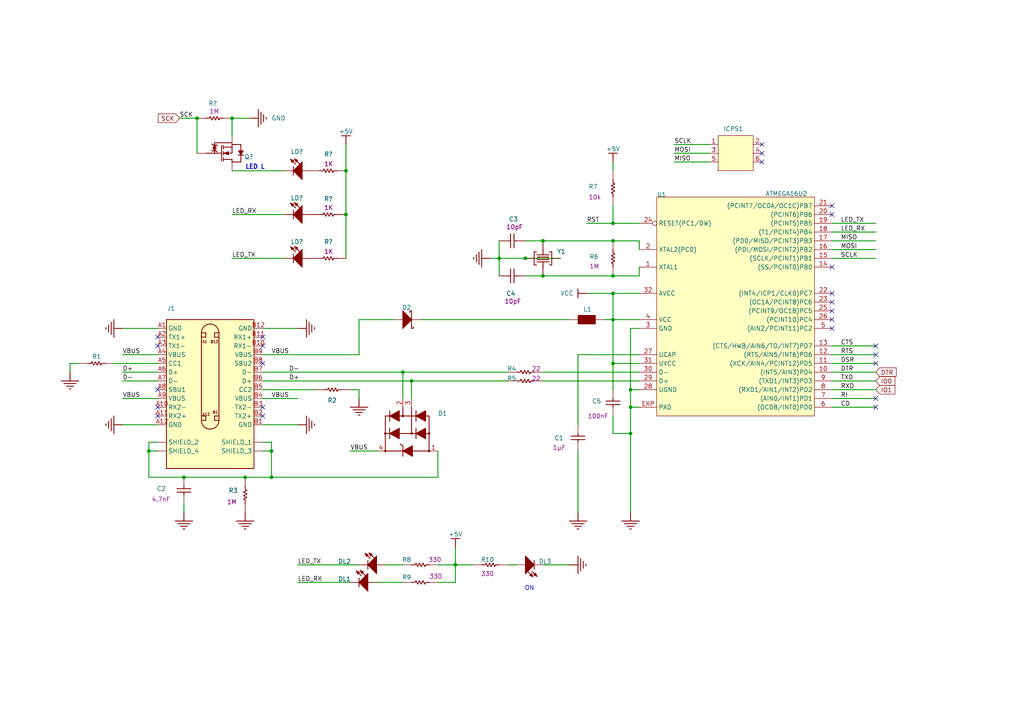
<source format=kicad_sch>
(kicad_sch (version 20250114) (generator "eeschema") (generator_version "9.0")
  (paper "A4")
  (lib_symbols
    (symbol "Arduino_Uno_Kit-altium-import:+5V" (power)
      (property "Reference" "#PWR" (at 0 0 0))
      (property "Value" "+5V" (at 0 3.81 0))
      (symbol "+5V_0_0"
        (pin power_in line (at 0 0 0) (length 0) (hide yes) (name "+5V") (number ""))
      )
    )
    (symbol "Arduino_Uno_Kit-altium-import:0_RES"
      (property "Value" "0_RES" (at 0 0 0))
      (symbol "0_RES_1_0"
        (pin passive line (at -5.08 0 0) (length 2.54) (name "1") (number "1"))
        (pin passive line (at 5.08 0 180) (length 2.54) (name "2") (number "2"))
      )
    )
    (symbol "Arduino_Uno_Kit-altium-import:2_RES"
      (property "Value" "2_RES" (at 0 0 0))
      (symbol "2_RES_1_0"
        (pin passive line (at -5.08 0 0) (length 2.54) (name "2") (number "2"))
        (pin passive line (at 5.08 0 180) (length 2.54) (name "1") (number "1"))
      )
    )
    (symbol "Arduino_Uno_Kit-altium-import:2_mirrored_NMOS-2"
      (property "Value" "2_mirrored_NMOS-2" (at 0 0 0))
      (symbol "2_mirrored_NMOS-2_1_0"
        (pin passive line (at -10.16 0 0) (length 2.54) (name "G") (number "2"))
        (pin passive line (at 0 5.08 270) (length 2.54) (name "S") (number "1"))
        (pin passive line (at 0 -5.08 90) (length 2.54) (name "D") (number "3"))
      )
    )
    (symbol "Arduino_Uno_Kit-altium-import:3_LED"
      (property "Value" "3_LED" (at 0 0 0))
      (symbol "3_LED_1_0"
        (pin passive line (at -5.08 0 0) (length 2.54) (name "C") (number "C"))
        (pin passive line (at 2.54 0 180) (length 2.54) (name "A") (number "A"))
      )
    )
    (symbol "Arduino_Uno_Kit-altium-import:GND" (power)
      (property "Reference" "#PWR" (at 0 0 0))
      (property "Value" "GND" (at 0 6.35 0))
      (symbol "GND_0_0"
        (pin power_in line (at 0 0 0) (length 0) (hide yes) (name "GND") (number ""))
      )
    )
    (symbol "USB-C_Serial_16U2-altium-import:0_ATMEGA16U2"
      (property "Value" "0_ATMEGA16U2" (at 0 0 0))
      (symbol "0_ATMEGA16U2_1_0"
        (pin input inverted (at -27.94 25.4 0) (length 5.08) (name "RESET(PC1/DW)") (number "24"))
        (pin passive line (at -27.94 17.78 0) (length 5.08) (name "XTAL2(PC0)") (number "2"))
        (pin passive line (at -27.94 12.7 0) (length 5.08) (name "XTAL1") (number "1"))
        (pin power_in line (at -27.94 5.08 0) (length 5.08) (name "AVCC") (number "32"))
        (pin power_in line (at -27.94 -2.54 0) (length 5.08) (name "VCC") (number "4"))
        (pin power_in line (at -27.94 -5.08 0) (length 5.08) (name "GND") (number "3"))
        (pin passive line (at -27.94 -12.7 0) (length 5.08) (name "UCAP") (number "27"))
        (pin power_in line (at -27.94 -15.24 0) (length 5.08) (name "UVCC") (number "31"))
        (pin passive line (at -27.94 -17.78 0) (length 5.08) (name "D-") (number "30"))
        (pin passive line (at -27.94 -20.32 0) (length 5.08) (name "D+") (number "29"))
        (pin power_in line (at -27.94 -22.86 0) (length 5.08) (name "UGND") (number "28"))
        (pin power_in line (at -27.94 -27.94 0) (length 5.08) (name "PAD") (number "EXP"))
        (pin passive line (at 27.94 30.48 180) (length 5.08) (name "(PCINT7/OC0A/OC1C)PB7") (number "21"))
        (pin passive line (at 27.94 27.94 180) (length 5.08) (name "(PCINT6)PB6") (number "20"))
        (pin passive line (at 27.94 25.4 180) (length 5.08) (name "(PCINT5)PB5") (number "19"))
        (pin passive line (at 27.94 22.86 180) (length 5.08) (name "(T1/PCINT4)PB4") (number "18"))
        (pin passive line (at 27.94 20.32 180) (length 5.08) (name "(PD0/MISO/PCINT3)PB3") (number "17"))
        (pin passive line (at 27.94 17.78 180) (length 5.08) (name "(PDI/MOSI/PCINT2)PB2") (number "16"))
        (pin passive line (at 27.94 15.24 180) (length 5.08) (name "(SCLK/PCINT1)PB1") (number "15"))
        (pin passive line (at 27.94 12.7 180) (length 5.08) (name "(SS/PCINT0)PB0") (number "14"))
        (pin passive line (at 27.94 5.08 180) (length 5.08) (name "(INT4/ICP1/CLK0)PC7") (number "22"))
        (pin passive line (at 27.94 2.54 180) (length 5.08) (name "(OC1A/PCINT8)PC6") (number "23"))
        (pin passive line (at 27.94 0 180) (length 5.08) (name "(PCINT9/OC1B)PC5") (number "25"))
        (pin passive line (at 27.94 -2.54 180) (length 5.08) (name "(PCINT10)PC4") (number "26"))
        (pin passive line (at 27.94 -5.08 180) (length 5.08) (name "(AIN2/PCINT11)PC2") (number "5"))
        (pin passive line (at 27.94 -10.16 180) (length 5.08) (name "(CTS/HWB/AIN6/TO/INT7)PD7") (number "13"))
        (pin passive line (at 27.94 -12.7 180) (length 5.08) (name "(RTS/AIN5/INT6)PD6") (number "12"))
        (pin passive line (at 27.94 -15.24 180) (length 5.08) (name "(XCK/AIN4/PCINT12)PD5") (number "11"))
        (pin passive line (at 27.94 -17.78 180) (length 5.08) (name "(INT5/AIN3)PD4") (number "10"))
        (pin passive line (at 27.94 -20.32 180) (length 5.08) (name "(TXD1/INT3)PD3") (number "9"))
        (pin passive line (at 27.94 -22.86 180) (length 5.08) (name "(RXD1/AIN1/INT2)PD2") (number "8"))
        (pin passive line (at 27.94 -25.4 180) (length 5.08) (name "(AIN0/INT1)PD1") (number "7"))
        (pin passive line (at 27.94 -27.94 180) (length 5.08) (name "(OC0B/INT0)PD0") (number "6"))
      )
    )
    (symbol "USB-C_Serial_16U2-altium-import:0_CAP"
      (property "Value" "0_CAP" (at 0 0 0))
      (symbol "0_CAP_1_0"
        (pin passive line (at 0 0 0) (length 2.54) (name "1") (number "1"))
        (pin passive line (at 7.62 0 180) (length 2.54) (name "2") (number "2"))
      )
    )
    (symbol "USB-C_Serial_16U2-altium-import:0_CRCW040256K2FKEDC"
      (property "Value" "0_CRCW040256K2FKEDC" (at 0 0 0))
      (symbol "0_CRCW040256K2FKEDC_1_0"
        (pin passive line (at -5.08 0 0) (length 2.54) (name "1") (number "1"))
        (pin passive line (at 5.08 0 180) (length 2.54) (name "2") (number "2"))
      )
    )
    (symbol "USB-C_Serial_16U2-altium-import:0_CRCW04025K10FKED"
      (property "Value" "0_CRCW04025K10FKED" (at 0 0 0))
      (symbol "0_CRCW04025K10FKED_1_0"
        (pin passive line (at -5.08 0 0) (length 2.54) (name "1") (number "1"))
        (pin passive line (at 5.08 0 180) (length 2.54) (name "2") (number "2"))
      )
    )
    (symbol "USB-C_Serial_16U2-altium-import:0_Ferrite"
      (property "Value" "0_Ferrite" (at 0 0 0))
      (symbol "0_Ferrite_1_0"
        (pin passive line (at -5.08 0 0) (length 2.54) (name "1") (number "1"))
        (pin passive line (at 5.08 0 180) (length 2.54) (name "2") (number "2"))
      )
    )
    (symbol "USB-C_Serial_16U2-altium-import:0_PMEG6020AELRX"
      (property "Value" "0_PMEG6020AELRX" (at 0 0 0))
      (symbol "0_PMEG6020AELRX_1_0"
        (pin passive line (at -2.54 -2.54 0) (length 2.54) (name "A") (number "A"))
        (pin passive line (at 5.08 -2.54 180) (length 2.54) (name "C") (number "C"))
      )
    )
    (symbol "USB-C_Serial_16U2-altium-import:0_RES"
      (property "Value" "0_RES" (at 0 0 0))
      (symbol "0_RES_1_0"
        (pin passive line (at -5.08 0 0) (length 2.54) (name "1") (number "1"))
        (pin passive line (at 5.08 0 180) (length 2.54) (name "2") (number "2"))
      )
    )
    (symbol "USB-C_Serial_16U2-altium-import:0_Symbol"
      (property "Value" "0_Symbol" (at 0 0 0))
      (symbol "0_Symbol_1_0"
        (pin passive line (at -7.62 2.54 0) (length 2.54) (name "1") (number "1"))
        (pin passive line (at -7.62 0 0) (length 2.54) (name "3") (number "3"))
        (pin passive line (at -7.62 -2.54 0) (length 2.54) (name "5") (number "5"))
        (pin passive line (at 7.62 2.54 180) (length 2.54) (name "2") (number "2"))
        (pin passive line (at 7.62 0 180) (length 2.54) (name "4") (number "4"))
        (pin passive line (at 7.62 -2.54 180) (length 2.54) (name "6") (number "6"))
      )
    )
    (symbol "USB-C_Serial_16U2-altium-import:0_mirrored_12401598E4#2A"
      (property "Value" "0_mirrored_12401598E4#2A" (at 0 0 0))
      (symbol "0_mirrored_12401598E4#2A_1_0"
        (text "A1" (at -16.002 -4.318 0) (effects (font (size 0.762 0.762)) (justify right bottom)))
        (text "B12" (at -15.24 -4.318 0) (effects (font (size 0.762 0.762)) (justify left bottom)))
        (text "A12" (at -15.24 -25.4 0) (effects (font (size 0.762 0.762)) (justify right bottom)))
        (text "B1" (at -12.954 -23.876 0) (effects (font (size 0.762 0.762)) (justify right top)))
        (pin passive line (at -30.48 0 0) (length 2.54) (name "GND") (number "A1"))
        (pin passive line (at -30.48 -2.54 0) (length 2.54) (name "TX1+") (number "A2"))
        (pin passive line (at -30.48 -5.08 0) (length 2.54) (name "TX1-") (number "A3"))
        (pin passive line (at -30.48 -7.62 0) (length 2.54) (name "VBUS") (number "A4"))
        (pin passive line (at -30.48 -10.16 0) (length 2.54) (name "CC1") (number "A5"))
        (pin passive line (at -30.48 -12.7 0) (length 2.54) (name "D+") (number "A6"))
        (pin passive line (at -30.48 -15.24 0) (length 2.54) (name "D-") (number "A7"))
        (pin passive line (at -30.48 -17.78 0) (length 2.54) (name "SBU1") (number "A8"))
        (pin passive line (at -30.48 -20.32 0) (length 2.54) (name "VBUS") (number "A9"))
        (pin passive line (at -30.48 -22.86 0) (length 2.54) (name "RX2-") (number "A10"))
        (pin passive line (at -30.48 -25.4 0) (length 2.54) (name "RX2+") (number "A11"))
        (pin passive line (at -30.48 -27.94 0) (length 2.54) (name "GND") (number "A12"))
        (pin passive line (at -30.48 -33.02 0) (length 2.54) (name "SHIELD_2") (number "SHIELD_2"))
        (pin passive line (at -30.48 -35.56 0) (length 2.54) (name "SHIELD_4") (number "SHIELD_4"))
        (pin passive line (at 0 0 180) (length 2.54) (name "GND") (number "B12"))
        (pin passive line (at 0 -2.54 180) (length 2.54) (name "RX1+") (number "B11"))
        (pin passive line (at 0 -5.08 180) (length 2.54) (name "RX1-") (number "B10"))
        (pin passive line (at 0 -7.62 180) (length 2.54) (name "VBUS") (number "B9"))
        (pin passive line (at 0 -10.16 180) (length 2.54) (name "SBU2") (number "B8"))
        (pin passive line (at 0 -12.7 180) (length 2.54) (name "D-") (number "B7"))
        (pin passive line (at 0 -15.24 180) (length 2.54) (name "D+") (number "B6"))
        (pin passive line (at 0 -17.78 180) (length 2.54) (name "CC2") (number "B5"))
        (pin passive line (at 0 -20.32 180) (length 2.54) (name "VBUS") (number "B4"))
        (pin passive line (at 0 -22.86 180) (length 2.54) (name "TX2-") (number "B3"))
        (pin passive line (at 0 -25.4 180) (length 2.54) (name "TX2+") (number "B2"))
        (pin passive line (at 0 -27.94 180) (length 2.54) (name "GND") (number "B1"))
        (pin passive line (at 0 -33.02 180) (length 2.54) (name "SHIELD_1") (number "SHIELD_1"))
        (pin passive line (at 0 -35.56 180) (length 2.54) (name "SHIELD_3") (number "SHIELD_3"))
      )
    )
    (symbol "USB-C_Serial_16U2-altium-import:1_C315C220J2G5TA"
      (property "Value" "1_C315C220J2G5TA" (at 0 0 0))
      (symbol "1_C315C220J2G5TA_1_0"
        (pin passive line (at 0 7.62 270) (length 2.54) (name "2") (number "2"))
        (pin passive line (at 0 0 90) (length 2.54) (name "1") (number "1"))
      )
    )
    (symbol "USB-C_Serial_16U2-altium-import:1_CAP"
      (property "Value" "1_CAP" (at 0 0 0))
      (symbol "1_CAP_1_0"
        (pin passive line (at 0 7.62 270) (length 2.54) (name "2") (number "2"))
        (pin passive line (at 0 0 90) (length 2.54) (name "1") (number "1"))
      )
    )
    (symbol "USB-C_Serial_16U2-altium-import:1_CRCW040256K2FKEDC"
      (property "Value" "1_CRCW040256K2FKEDC" (at 0 0 0))
      (symbol "1_CRCW040256K2FKEDC_1_0"
        (pin passive line (at 0 5.08 270) (length 2.54) (name "2") (number "2"))
        (pin passive line (at 0 -5.08 90) (length 2.54) (name "1") (number "1"))
      )
    )
    (symbol "USB-C_Serial_16U2-altium-import:1_FTX16.000M12SM3S-30/30"
      (property "Value" "1_FTX16.000M12SM3S-30/30" (at 0 0 0))
      (symbol "1_FTX16.000M12SM3S-30/30_1_0"
        (pin passive line (at -5.08 0 0) (length 2.54) (name "4") (number "4"))
        (pin passive line (at 0 5.08 270) (length 2.54) (name "3") (number "3"))
        (pin passive line (at 0 -5.08 90) (length 2.54) (name "1") (number "1"))
        (pin passive line (at 5.08 0 180) (length 2.54) (name "2") (number "2"))
      )
    )
    (symbol "USB-C_Serial_16U2-altium-import:1_LED"
      (property "Value" "1_LED" (at 0 0 0))
      (symbol "1_LED_1_0"
        (pin passive line (at -2.54 0 0) (length 2.54) (name "A") (number "A"))
        (pin passive line (at 5.08 0 180) (length 2.54) (name "C") (number "C"))
      )
    )
    (symbol "USB-C_Serial_16U2-altium-import:1_PRTR5V0U2X,215"
      (property "Value" "1_PRTR5V0U2X,215" (at 0 0 0))
      (symbol "1_PRTR5V0U2X,215_1_0"
        (pin passive line (at -7.62 -5.08 0) (length 2.54) (name "4") (number "4"))
        (pin passive line (at 0 10.16 270) (length 2.54) (name "2") (number "2"))
        (pin passive line (at 2.54 10.16 270) (length 2.54) (name "3") (number "3"))
        (pin passive line (at 10.16 -5.08 180) (length 2.54) (name "1") (number "1"))
      )
    )
    (symbol "USB-C_Serial_16U2-altium-import:1_RES"
      (property "Value" "1_RES" (at 0 0 0))
      (symbol "1_RES_1_0"
        (pin passive line (at 0 5.08 270) (length 2.54) (name "2") (number "2"))
        (pin passive line (at 0 -5.08 90) (length 2.54) (name "1") (number "1"))
      )
    )
    (symbol "USB-C_Serial_16U2-altium-import:2_CRCW040256K2FKEDC"
      (property "Value" "2_CRCW040256K2FKEDC" (at 0 0 0))
      (symbol "2_CRCW040256K2FKEDC_1_0"
        (pin passive line (at -5.08 0 0) (length 2.54) (name "2") (number "2"))
        (pin passive line (at 5.08 0 180) (length 2.54) (name "1") (number "1"))
      )
    )
    (symbol "USB-C_Serial_16U2-altium-import:2_RES"
      (property "Value" "2_RES" (at 0 0 0))
      (symbol "2_RES_1_0"
        (pin passive line (at -5.08 0 0) (length 2.54) (name "2") (number "2"))
        (pin passive line (at 5.08 0 180) (length 2.54) (name "1") (number "1"))
      )
    )
    (symbol "USB-C_Serial_16U2-altium-import:3_CAP"
      (property "Value" "3_CAP" (at 0 0 0))
      (symbol "3_CAP_1_0"
        (pin passive line (at 0 0 270) (length 2.54) (name "1") (number "1"))
        (pin passive line (at 0 -7.62 90) (length 2.54) (name "2") (number "2"))
      )
    )
    (symbol "USB-C_Serial_16U2-altium-import:3_LED"
      (property "Value" "3_LED" (at 0 0 0))
      (symbol "3_LED_1_0"
        (pin passive line (at -5.08 0 0) (length 2.54) (name "C") (number "C"))
        (pin passive line (at 2.54 0 180) (length 2.54) (name "A") (number "A"))
      )
    )
    (symbol "USB-C_Serial_16U2-altium-import:GND" (power)
      (property "Reference" "#PWR" (at 0 0 0))
      (property "Value" "GND" (at 0 6.35 0))
      (symbol "GND_0_0"
        (pin power_in line (at 0 0 0) (length 0) (hide yes) (name "GND") (number ""))
      )
    )
    (symbol "USB-C_Serial_16U2-altium-import:VCC" (power)
      (property "Reference" "#PWR" (at 0 0 0))
      (property "Value" "VCC" (at 0 3.81 0))
      (symbol "VCC_0_0"
        (pin power_in line (at 0 0 0) (length 0) (hide yes) (name "VCC") (number ""))
      )
    )
  )
  (text "ON" (at 152.146 171.45 0) (effects (font (size 1.27 1.27)) (justify left bottom)))
  (text "LED L" (at 71.12 49.276 0) (effects (font (size 1.27 1.27) (bold yes)) (justify left bottom)))
  (junction (at 182.88 125.73))
  (junction (at 157.48 80.01))
  (junction (at 177.8 69.85))
  (junction (at 71.12 138.43))
  (junction (at 57.15 34.29))
  (junction (at 177.8 64.77))
  (junction (at 157.48 69.85))
  (junction (at 182.88 113.03))
  (junction (at 177.8 85.09))
  (junction (at 177.8 105.41))
  (junction (at 78.74 138.43))
  (junction (at 67.31 34.29))
  (junction (at 177.8 92.71))
  (junction (at 177.8 80.01))
  (junction (at 78.74 130.81))
  (junction (at 119.38 110.49))
  (junction (at 100.33 49.53))
  (junction (at 53.34 138.43))
  (junction (at 182.88 118.11))
  (junction (at 132.08 163.83))
  (junction (at 116.84 107.95))
  (junction (at 144.78 74.93))
  (junction (at 100.33 62.23))
  (junction (at 43.18 130.81))
  (junction (at 152.4 74.93))
  (no_connect (at 241.3 59.69))
  (no_connect (at 220.98 41.91))
  (no_connect (at 220.98 46.99))
  (no_connect (at 45.72 120.65))
  (no_connect (at 241.3 62.23))
  (no_connect (at 76.2 100.33))
  (no_connect (at 220.98 44.45))
  (no_connect (at 45.72 97.79))
  (no_connect (at 254 118.11))
  (no_connect (at 241.3 77.47))
  (no_connect (at 241.3 85.09))
  (no_connect (at 76.2 118.11))
  (no_connect (at 241.3 92.71))
  (no_connect (at 241.3 95.25))
  (no_connect (at 254 115.57))
  (no_connect (at 76.2 97.79))
  (no_connect (at 254 102.87))
  (no_connect (at 76.2 105.41))
  (no_connect (at 254 100.33))
  (no_connect (at 254 105.41))
  (no_connect (at 241.3 87.63))
  (no_connect (at 241.3 90.17))
  (no_connect (at 45.72 118.11))
  (no_connect (at 45.72 113.03))
  (no_connect (at 45.72 100.33))
  (no_connect (at 76.2 120.65))
  (wire (pts (xy 71.12 138.43) (xy 78.74 138.43)) (stroke (width 0.254)))
  (wire (pts (xy 241.3 118.11) (xy 254 118.11)) (stroke (width 0.254)))
  (wire (pts (xy 177.8 69.85) (xy 185.42 69.85)) (stroke (width 0.254)))
  (wire (pts (xy 76.2 115.57) (xy 86.36 115.57)) (stroke (width 0.254)))
  (wire (pts (xy 185.42 102.87) (xy 167.64 102.87)) (stroke (width 0.254)))
  (wire (pts (xy 185.42 85.09) (xy 177.8 85.09)) (stroke (width 0.254)))
  (wire (pts (xy 254 72.39) (xy 241.3 72.39)) (stroke (width 0.254)))
  (wire (pts (xy 45.72 115.57) (xy 35.56 115.57)) (stroke (width 0.254)))
  (wire (pts (xy 185.42 80.01) (xy 185.42 77.47)) (stroke (width 0.254)))
  (wire (pts (xy 53.34 148.59) (xy 53.34 146.05)) (stroke (width 0.254)))
  (wire (pts (xy 152.4 80.01) (xy 157.48 80.01)) (stroke (width 0.254)))
  (wire (pts (xy 254 102.87) (xy 241.3 102.87)) (stroke (width 0.254)))
  (wire (pts (xy 43.18 138.43) (xy 53.34 138.43)) (stroke (width 0.254)))
  (wire (pts (xy 104.14 113.03) (xy 101.6 113.03)) (stroke (width 0.254)))
  (wire (pts (xy 76.2 110.49) (xy 119.38 110.49)) (stroke (width 0.254)))
  (wire (pts (xy 177.8 85.09) (xy 177.8 92.71)) (stroke (width 0.254)))
  (wire (pts (xy 100.33 41.91) (xy 100.33 49.53)) (stroke (width 0.254)))
  (wire (pts (xy 157.48 80.01) (xy 177.8 80.01)) (stroke (width 0.254)))
  (wire (pts (xy 67.31 62.23) (xy 82.55 62.23)) (stroke (width 0.254)))
  (wire (pts (xy 43.18 130.81) (xy 43.18 128.27)) (stroke (width 0.254)))
  (wire (pts (xy 35.56 95.25) (xy 45.72 95.25)) (stroke (width 0.254)))
  (wire (pts (xy 182.88 125.73) (xy 182.88 148.59)) (stroke (width 0.254)))
  (wire (pts (xy 127 138.43) (xy 127 130.81)) (stroke (width 0.254)))
  (wire (pts (xy 57.15 34.29) (xy 57.15 44.45)) (stroke (width 0.254)))
  (wire (pts (xy 76.2 123.19) (xy 86.36 123.19)) (stroke (width 0.254)))
  (wire (pts (xy 149.86 163.83) (xy 147.32 163.83)) (stroke (width 0.254)))
  (wire (pts (xy 177.8 92.71) (xy 175.26 92.71)) (stroke (width 0.254)))
  (wire (pts (xy 157.48 110.49) (xy 185.42 110.49)) (stroke (width 0.254)))
  (wire (pts (xy 78.74 130.81) (xy 76.2 130.81)) (stroke (width 0.254)))
  (wire (pts (xy 205.74 46.99) (xy 195.58 46.99)) (stroke (width 0.254)))
  (wire (pts (xy 57.15 34.29) (xy 52.07 34.29)) (stroke (width 0.254)))
  (wire (pts (xy 254 115.57) (xy 241.3 115.57)) (stroke (width 0.254)))
  (wire (pts (xy 45.72 130.81) (xy 43.18 130.81)) (stroke (width 0.254)))
  (wire (pts (xy 132.08 168.91) (xy 127 168.91)) (stroke (width 0.254)))
  (wire (pts (xy 45.72 123.19) (xy 35.56 123.19)) (stroke (width 0.254)))
  (wire (pts (xy 185.42 69.85) (xy 185.42 72.39)) (stroke (width 0.254)))
  (wire (pts (xy 101.6 168.91) (xy 86.36 168.91)) (stroke (width 0.254)))
  (wire (pts (xy 111.76 163.83) (xy 116.84 163.83)) (stroke (width 0.254)))
  (wire (pts (xy 182.88 125.73) (xy 182.88 118.11)) (stroke (width 0.254)))
  (wire (pts (xy 109.22 130.81) (xy 101.6 130.81)) (stroke (width 0.254)))
  (wire (pts (xy 82.55 49.53) (xy 67.31 49.53)) (stroke (width 0.254)))
  (wire (pts (xy 132.08 163.83) (xy 132.08 168.91)) (stroke (width 0.254)))
  (wire (pts (xy 241.3 67.31) (xy 254 67.31)) (stroke (width 0.254)))
  (wire (pts (xy 205.74 41.91) (xy 195.58 41.91)) (stroke (width 0.254)))
  (wire (pts (xy 177.8 85.09) (xy 170.18 85.09)) (stroke (width 0.254)))
  (wire (pts (xy 76.2 102.87) (xy 104.14 102.87)) (stroke (width 0.254)))
  (wire (pts (xy 185.42 95.25) (xy 182.88 95.25)) (stroke (width 0.254)))
  (wire (pts (xy 144.78 74.93) (xy 142.24 74.93)) (stroke (width 0.254)))
  (wire (pts (xy 177.8 46.99) (xy 177.8 49.53)) (stroke (width 0.254)))
  (wire (pts (xy 177.8 92.71) (xy 185.42 92.71)) (stroke (width 0.254)))
  (wire (pts (xy 254 100.33) (xy 241.3 100.33)) (stroke (width 0.254)))
  (wire (pts (xy 104.14 115.57) (xy 104.14 113.03)) (stroke (width 0.254)))
  (wire (pts (xy 76.2 107.95) (xy 116.84 107.95)) (stroke (width 0.254)))
  (wire (pts (xy 177.8 105.41) (xy 177.8 92.71)) (stroke (width 0.254)))
  (wire (pts (xy 185.42 105.41) (xy 177.8 105.41)) (stroke (width 0.254)))
  (wire (pts (xy 182.88 95.25) (xy 182.88 113.03)) (stroke (width 0.254)))
  (wire (pts (xy 157.48 163.83) (xy 165.1 163.83)) (stroke (width 0.254)))
  (wire (pts (xy 177.8 105.41) (xy 177.8 113.03)) (stroke (width 0.254)))
  (wire (pts (xy 76.2 128.27) (xy 78.74 128.27)) (stroke (width 0.254)))
  (wire (pts (xy 241.3 64.77) (xy 254 64.77)) (stroke (width 0.254)))
  (wire (pts (xy 185.42 113.03) (xy 182.88 113.03)) (stroke (width 0.254)))
  (wire (pts (xy 254 107.95) (xy 241.3 107.95)) (stroke (width 0.254)))
  (wire (pts (xy 43.18 128.27) (xy 45.72 128.27)) (stroke (width 0.254)))
  (wire (pts (xy 53.34 138.43) (xy 71.12 138.43)) (stroke (width 0.254)))
  (wire (pts (xy 116.84 115.57) (xy 116.84 107.95)) (stroke (width 0.254)))
  (wire (pts (xy 177.8 80.01) (xy 185.42 80.01)) (stroke (width 0.254)))
  (wire (pts (xy 109.22 168.91) (xy 116.84 168.91)) (stroke (width 0.254)))
  (wire (pts (xy 119.38 115.57) (xy 119.38 110.49)) (stroke (width 0.254)))
  (wire (pts (xy 177.8 120.65) (xy 177.8 125.73)) (stroke (width 0.254)))
  (wire (pts (xy 177.8 125.73) (xy 182.88 125.73)) (stroke (width 0.254)))
  (wire (pts (xy 100.33 49.53) (xy 100.33 62.23)) (stroke (width 0.254)))
  (wire (pts (xy 121.92 92.71) (xy 165.1 92.71)) (stroke (width 0.254)))
  (wire (pts (xy 182.88 113.03) (xy 182.88 118.11)) (stroke (width 0.254)))
  (wire (pts (xy 20.32 107.95) (xy 20.32 105.41)) (stroke (width 0.254)))
  (wire (pts (xy 45.72 110.49) (xy 35.56 110.49)) (stroke (width 0.254)))
  (wire (pts (xy 20.32 105.41) (xy 22.86 105.41)) (stroke (width 0.254)))
  (wire (pts (xy 157.48 69.85) (xy 177.8 69.85)) (stroke (width 0.254)))
  (wire (pts (xy 254 105.41) (xy 241.3 105.41)) (stroke (width 0.254)))
  (wire (pts (xy 167.64 102.87) (xy 167.64 123.19)) (stroke (width 0.254)))
  (wire (pts (xy 78.74 128.27) (xy 78.74 130.81)) (stroke (width 0.254)))
  (wire (pts (xy 185.42 64.77) (xy 177.8 64.77)) (stroke (width 0.254)))
  (wire (pts (xy 185.42 118.11) (xy 182.88 118.11)) (stroke (width 0.254)))
  (wire (pts (xy 241.3 69.85) (xy 254 69.85)) (stroke (width 0.254)))
  (wire (pts (xy 241.3 74.93) (xy 254 74.93)) (stroke (width 0.254)))
  (wire (pts (xy 76.2 95.25) (xy 86.36 95.25)) (stroke (width 0.254)))
  (wire (pts (xy 167.64 148.59) (xy 167.64 130.81)) (stroke (width 0.254)))
  (wire (pts (xy 76.2 113.03) (xy 91.44 113.03)) (stroke (width 0.254)))
  (wire (pts (xy 152.4 69.85) (xy 157.48 69.85)) (stroke (width 0.254)))
  (wire (pts (xy 104.14 92.71) (xy 114.3 92.71)) (stroke (width 0.254)))
  (wire (pts (xy 82.55 74.93) (xy 67.31 74.93)) (stroke (width 0.254)))
  (wire (pts (xy 144.78 74.93) (xy 144.78 69.85)) (stroke (width 0.254)))
  (wire (pts (xy 254 113.03) (xy 241.3 113.03)) (stroke (width 0.254)))
  (wire (pts (xy 67.31 34.29) (xy 72.39 34.29)) (stroke (width 0.254)))
  (wire (pts (xy 254 110.49) (xy 241.3 110.49)) (stroke (width 0.254)))
  (wire (pts (xy 33.02 105.41) (xy 45.72 105.41)) (stroke (width 0.254)))
  (wire (pts (xy 78.74 138.43) (xy 78.74 130.81)) (stroke (width 0.254)))
  (wire (pts (xy 185.42 107.95) (xy 157.48 107.95)) (stroke (width 0.254)))
  (wire (pts (xy 104.14 163.83) (xy 86.36 163.83)) (stroke (width 0.254)))
  (wire (pts (xy 119.38 110.49) (xy 147.32 110.49)) (stroke (width 0.254)))
  (wire (pts (xy 132.08 163.83) (xy 132.08 158.75)) (stroke (width 0.254)))
  (wire (pts (xy 43.18 130.81) (xy 43.18 138.43)) (stroke (width 0.254)))
  (wire (pts (xy 45.72 107.95) (xy 35.56 107.95)) (stroke (width 0.254)))
  (wire (pts (xy 104.14 102.87) (xy 104.14 92.71)) (stroke (width 0.254)))
  (wire (pts (xy 144.78 74.93) (xy 152.4 74.93)) (stroke (width 0.254)))
  (wire (pts (xy 137.16 163.83) (xy 132.08 163.83)) (stroke (width 0.254)))
  (wire (pts (xy 100.33 62.23) (xy 100.33 74.93)) (stroke (width 0.254)))
  (wire (pts (xy 116.84 107.95) (xy 147.32 107.95)) (stroke (width 0.254)))
  (wire (pts (xy 78.74 138.43) (xy 127 138.43)) (stroke (width 0.254)))
  (wire (pts (xy 177.8 64.77) (xy 170.18 64.77)) (stroke (width 0.254)))
  (wire (pts (xy 162.56 74.93) (xy 152.4 74.93)) (stroke (width 0.254)))
  (wire (pts (xy 67.31 39.37) (xy 67.31 34.29)) (stroke (width 0.254)))
  (wire (pts (xy 45.72 102.87) (xy 35.56 102.87)) (stroke (width 0.254)))
  (wire (pts (xy 127 163.83) (xy 132.08 163.83)) (stroke (width 0.254)))
  (wire (pts (xy 177.8 59.69) (xy 177.8 64.77)) (stroke (width 0.254)))
  (wire (pts (xy 144.78 80.01) (xy 144.78 74.93)) (stroke (width 0.254)))
  (wire (pts (xy 195.58 44.45) (xy 205.74 44.45)) (stroke (width 0.254)))
  (label "TXD" (at 243.84 110.49 0))
  (label "D+" (at 35.56 107.95 0))
  (label "VBUS" (at 35.56 102.87 0))
  (label "D+" (at 83.82 110.49 0))
  (label "D-" (at 35.56 110.49 0))
  (label "DSR" (at 243.84 105.41 0))
  (label "VBUS" (at 78.74 102.87 0))
  (label "LED_RX" (at 86.36 168.91 0))
  (label "LED_RX" (at 243.84 67.31 0))
  (label "MISO" (at 243.84 69.85 0))
  (label "SCLK" (at 243.84 74.93 0))
  (label "D-" (at 83.82 107.95 0))
  (label "RST" (at 170.18 64.77 0))
  (label "LED_TX" (at 67.31 74.93 0))
  (label "MOSI" (at 243.84 72.39 0))
  (label "LED_TX" (at 243.84 64.77 0))
  (label "VBUS" (at 78.74 115.57 0))
  (label "DTR" (at 243.84 107.95 0))
  (label "SCK" (at 52.07 34.29 0))
  (label "CD" (at 243.84 118.11 0))
  (label "RTS" (at 243.84 102.87 0))
  (label "RXD" (at 243.84 113.03 0))
  (label "CTS" (at 243.84 100.33 0))
  (label "RI" (at 243.84 115.57 0))
  (label "MOSI" (at 195.58 44.45 0))
  (label "LED_RX" (at 67.31 62.23 0))
  (label "VBUS" (at 101.6 130.81 0))
  (label "MISO" (at 195.58 46.99 0))
  (label "LED_TX" (at 86.36 163.83 0))
  (label "VBUS" (at 35.56 115.57 0))
  (label "SCLK" (at 195.58 41.91 0))
  (global_label "IO1" (shape input) (at 254 113.03 0) (property "Intersheetrefs" "${INTERSHEET_REFS}" (effects (hide yes))))
  (global_label "IO0" (shape input) (at 254 110.49 0) (property "Intersheetrefs" "${INTERSHEET_REFS}" (effects (hide yes))))
  (global_label "SCK" (shape input) (at 52.07 34.29 180) (property "Intersheetrefs" "${INTERSHEET_REFS}" (effects (hide yes))))
  (global_label "DTR" (shape input) (at 254 107.95 0) (property "Intersheetrefs" "${INTERSHEET_REFS}" (effects (hide yes))))
  (symbol (lib_id "Arduino_Uno_Kit-altium-import:2_RES") (at 95.25 62.23 0) (unit 1)
    (property "Reference" "R?" (at 93.98 58.42 0) (effects (justify left bottom)))
    (property "Value" "2-1623930-9" (effects (hide yes)))
    (property "Footprint" "A5215" (effects (hide yes)))
    (property "TOLERANCE" "5%" (effects (hide yes)))
    (property "CODE ARDUINO" "A5215" (effects (hide yes)))
    (property "ALTIUM_VALUE" "1K" (at 93.98 60.96 0) (effects (justify left bottom)))
    (property "POWER" "250mW" (effects (hide yes)))
    (property "MANUFACTURER" "TE connectivity" (effects (hide yes)))
    (property "PART NUMBER" "2-1623930-9" (effects (hide yes)))
  )
  (symbol (lib_id "Arduino_Uno_Kit-altium-import:+5V") (at 100.33 41.91 180) (unit 1)
    (property "Reference" "#PWR?" (effects (hide yes)))
    (property "Value" "+5V" (at 100.33 38.1 0))
  )
  (symbol (lib_id "Arduino_Uno_Kit-altium-import:2_RES") (at 95.25 49.53 0) (unit 1)
    (property "Reference" "R?" (at 93.98 45.466 0) (effects (justify left bottom)))
    (property "Value" "2-1623930-9" (effects (hide yes)))
    (property "Footprint" "A5215" (effects (hide yes)))
    (property "TOLERANCE" "5%" (effects (hide yes)))
    (property "CODE ARDUINO" "A5215" (effects (hide yes)))
    (property "ALTIUM_VALUE" "1K" (at 93.98 48.26 0) (effects (justify left bottom)))
    (property "POWER" "250mW" (effects (hide yes)))
    (property "MANUFACTURER" "TE connectivity" (effects (hide yes)))
    (property "PART NUMBER" "2-1623930-9" (effects (hide yes)))
  )
  (symbol (lib_id "Arduino_Uno_Kit-altium-import:3_LED") (at 87.63 49.53 0) (unit 1)
    (property "Reference" "LD?" (at 84.328 44.704 0) (effects (justify left bottom)))
    (property "Value" "L-7104YD" (effects (hide yes)))
    (property "Footprint" "L314YD-Footprint-1" (effects (hide yes)))
    (property "MANUFACTURER" "Kingbright" (effects (hide yes)))
    (property "PART NUMBER" "L-7104YD" (effects (hide yes)))
    (property "CODE ARDUINO" "L0021" (effects (hide yes)))
  )
  (symbol (lib_id "USB-C_Serial_16U2-altium-import:GND") (at 71.12 148.59 0) (unit 1)
    (property "Reference" "#PWR05" (effects (hide yes)))
    (property "Value" "GND" (effects (hide yes)))
  )
  (symbol (lib_id "USB-C_Serial_16U2-altium-import:2_CRCW040256K2FKEDC") (at 121.92 163.83 0) (unit 1)
    (property "Reference" "R8" (at 116.586 163.068 0) (effects (justify left bottom)))
    (property "Value" "CRCW0402330RJNED" (effects (hide yes)))
    (property "Footprint" "RES-0402" (effects (hide yes)))
    (property "ALTIUM_VALUE" "330" (at 124.206 163.068 0) (effects (justify left bottom)))
    (property "POWER" "63mW" (effects (hide yes)))
    (property "CASE CODE (IMPERIAL)" "0402" (effects (hide yes)))
    (property "PART NUMBER" "CRCW0402330RJNED" (effects (hide yes)))
    (property "TOLERANCE" "5%" (effects (hide yes)))
    (property "MANUFACTURER" "Vishay" (effects (hide yes)))
    (property "CASE CODE (METRIC)" "1005" (effects (hide yes)))
    (property "PACKAGE" "0402" (effects (hide yes)))
    (property "CODE ARDUINO" "2229" (effects (hide yes)))
    (property "CASE/PACKAGE" "0402" (effects (hide yes)))
    (property "MANUFACTURER PART NUMBER 2" "ERJ-2GEJ331X" (effects (hide yes)))
    (property "MANUFACTURER 2" "Panasonic" (effects (hide yes)))
  )
  (symbol (lib_id "Arduino_Uno_Kit-altium-import:3_LED") (at 87.63 74.93 0) (unit 1)
    (property "Reference" "LD?" (at 84.328 70.866 0) (effects (justify left bottom)))
    (property "Value" "L-7104YD" (effects (hide yes)))
    (property "Footprint" "L314YD-Footprint-1" (effects (hide yes)))
    (property "MANUFACTURER" "Kingbright" (effects (hide yes)))
    (property "PART NUMBER" "L-7104YD" (effects (hide yes)))
    (property "CODE ARDUINO" "L0021" (effects (hide yes)))
  )
  (symbol (lib_id "USB-C_Serial_16U2-altium-import:0_Ferrite") (at 170.18 92.71 0) (unit 1)
    (property "Reference" "L1" (at 169.164 90.424 0) (effects (justify left bottom)))
    (property "Value" "BLM18PG471SN1D" (effects (hide yes)))
    (property "Footprint" "L-0603" (effects (hide yes)))
    (property "PART NUMBER" "BLM18PG471SN1D" (effects (hide yes)))
    (property "MIN OPERATING TEMPERATURE" "-55°C" (effects (hide yes)))
    (property "PACKAGING" "Tape and Reel" (effects (hide yes)))
    (property "DC RESISTANCE (DCR)" "200mR" (effects (hide yes)))
    (property "MAX DC CURRENT" "1A" (effects (hide yes)))
    (property "MAX OPERATING TEMPERATURE" "125°C" (effects (hide yes)))
    (property "DEVICE TYPE" "Ferrite" (effects (hide yes)))
    (property "CASE CODE (METRIC)" "1608" (effects (hide yes)))
    (property "PACKAGE QUANTITY" "1" (effects (hide yes)))
    (property "TOLERANCE" "25%" (effects (hide yes)))
    (property "MANUFACTURER" "Murata" (effects (hide yes)))
    (property "IMPEDANCE" "470µH" (effects (hide yes)))
    (property "CURRENT" "1A" (effects (hide yes)))
    (property "CODE ARDUINO" "2200" (effects (hide yes)))
    (property "TEST FREQUENCY" "100MHz" (effects (hide yes)))
    (property "CASE CODE (IMPERIAL)" "0603" (effects (hide yes)))
  )
  (symbol (lib_id "USB-C_Serial_16U2-altium-import:GND") (at 35.56 123.19 270) (unit 1)
    (property "Reference" "#PWR03" (effects (hide yes)))
    (property "Value" "GND" (effects (hide yes)))
  )
  (symbol (lib_id "USB-C_Serial_16U2-altium-import:1_FTX16.000M12SM3S-30/30") (at 157.48 74.93 0) (unit 1)
    (property "Reference" "Y1" (at 161.544 73.66 0) (effects (justify left bottom)))
    (property "Value" "FTX16.000M12SM3S-30/30" (effects (hide yes)))
    (property "Footprint" "CX3225SB16000D0GZJC1-Footprint-1" (effects (hide yes)))
    (property "FREQUENCY" "16MHz" (effects (hide yes)))
    (property "PART NUMBER" "FTX16.000M12SM3S-30/30" (effects (hide yes)))
    (property "CODE ARDUINO" "0395" (effects (hide yes)))
    (property "MANUFACTURER" "Fronter Electronics" (effects (hide yes)))
  )
  (symbol (lib_id "USB-C_Serial_16U2-altium-import:0_CRCW04025K10FKED") (at 96.52 113.03 0) (unit 1)
    (property "Reference" "R2" (at 94.996 116.84 0) (effects (justify left bottom)))
    (property "Value" "RC0402FR-075K1L" (effects (hide yes)))
    (property "Footprint" "RES-0402" (effects (hide yes)))
    (property "CASE/PACKAGE" "0402" (effects (hide yes)))
    (property "TOLERANCE" "1%" (effects (hide yes)))
    (property "MANUFACTURER PART NUMBER 2" "RC0402FR-075K1L" (effects (hide yes)))
    (property "PART NUMBER" "RC0402FR-075K1L" (effects (hide yes)))
    (property "MANUFACTURER" "YAGEO" (effects (hide yes)))
    (property "CODE ARDUINO" "R0210" (effects (hide yes)))
    (property "MANUFACTURER 2" "YAGEO" (effects (hide yes)))
  )
  (symbol (lib_id "USB-C_Serial_16U2-altium-import:0_CAP") (at 144.78 80.01 0) (unit 1)
    (property "Reference" "C4" (at 146.812 85.852 0) (effects (justify left bottom)))
    (property "Value" "C0402H100J5GACTU" (effects (hide yes)))
    (property "Footprint" "CAP-0402" (effects (hide yes)))
    (property "DIELECTRIC" "C0G" (effects (hide yes)))
    (property "MANUFACTURER" "KEMET" (effects (hide yes)))
    (property "MANUFACTURER PART NUMBER 2" "04025A100KAT2A" (effects (hide yes)))
    (property "CASE CODE (IMPERIAL)" "0402" (effects (hide yes)))
    (property "PART NUMBER" "C0402H100J5GACTU" (effects (hide yes)))
    (property "MANUFACTURER 2" "AVX" (effects (hide yes)))
    (property "CASE CODE (METRIC)" "1005" (effects (hide yes)))
    (property "VOLTAGE" "50V" (effects (hide yes)))
    (property "PACKAGE" "0402" (effects (hide yes)))
    (property "ALTIUM_VALUE" "10pF" (at 146.304 88.138 0) (effects (justify left bottom)))
    (property "CASE/PACKAGE" "0402" (effects (hide yes)))
    (property "CODE ARDUINO" "3382" (effects (hide yes)))
    (property "TOLERANCE" "5%" (effects (hide yes)))
  )
  (symbol (lib_id "USB-C_Serial_16U2-altium-import:3_CAP") (at 167.64 123.19 0) (unit 1)
    (property "Reference" "C1" (at 160.782 127.762 0) (effects (justify left bottom)))
    (property "Value" "C0402C105K8PACTU" (effects (hide yes)))
    (property "Footprint" "CAP-0402" (effects (hide yes)))
    (property "PACKAGE" "0402" (effects (hide yes)))
    (property "CASE CODE (IMPERIAL)" "0402" (effects (hide yes)))
    (property "CODE ARDUINO" "0133" (effects (hide yes)))
    (property "VOLTAGE" "10V" (effects (hide yes)))
    (property "CASE CODE (METRIC)" "1005" (effects (hide yes)))
    (property "MANUFACTURER" "KEMET" (effects (hide yes)))
    (property "MANUFACTURER PART NUMBER 2" "GRM155R61A105KE15D" (effects (hide yes)))
    (property "PART NUMBER" "C0402C105K8PACTU" (effects (hide yes)))
    (property "ALTIUM_VALUE" "1µF" (at 160.274 130.556 0) (effects (justify left bottom)))
    (property "TOLERANCE" "10%" (effects (hide yes)))
    (property "DIELECTRIC" "X5R" (effects (hide yes)))
    (property "CASE/PACKAGE" "0402" (effects (hide yes)))
    (property "MANUFACTURER 2" "AVX" (effects (hide yes)))
  )
  (symbol (lib_id "USB-C_Serial_16U2-altium-import:1_CRCW040256K2FKEDC") (at 177.8 54.61 0) (unit 1)
    (property "Reference" "R7" (at 170.688 54.864 0) (effects (justify left bottom)))
    (property "Value" "CRCW040210K0FKED" (effects (hide yes)))
    (property "Footprint" "RES-0402" (effects (hide yes)))
    (property "MANUFACTURER PART NUMBER 2" "ERJ-2RKF1002X" (effects (hide yes)))
    (property "MANUFACTURER" "Vishay" (effects (hide yes)))
    (property "POWER" "63mW" (effects (hide yes)))
    (property "PACKAGE" "0402" (effects (hide yes)))
    (property "CASE CODE (IMPERIAL)" "0402" (effects (hide yes)))
    (property "ALTIUM_VALUE" "10k" (at 170.688 57.912 0) (effects (justify left bottom)))
    (property "CASE CODE (METRIC)" "1005" (effects (hide yes)))
    (property "PART NUMBER" "CRCW040210K0FKED" (effects (hide yes)))
    (property "TOLERANCE" "1%" (effects (hide yes)))
    (property "MANUFACTURER 2" "Panasonic" (effects (hide yes)))
    (property "CODE ARDUINO" "0136" (effects (hide yes)))
    (property "CASE/PACKAGE" "0402" (effects (hide yes)))
  )
  (symbol (lib_id "USB-C_Serial_16U2-altium-import:GND") (at 142.24 74.93 270) (unit 1)
    (property "Reference" "#PWR010" (effects (hide yes)))
    (property "Value" "GND" (effects (hide yes)))
  )
  (symbol (lib_id "USB-C_Serial_16U2-altium-import:0_mirrored_12401598E4#2A") (at 76.2 95.25 0) (unit 1)
    (property "Reference" "J1" (at 50.8 90.17 0) (effects (justify right bottom)))
    (property "Value" "12401598E4#2A" (effects (hide yes)))
    (property "Footprint" "12401598E4#2A" (effects (hide yes)))
    (property "TERMINATION" "SMD/SMT" (effects (hide yes)))
    (property "CODE ARDUINO" "J0220" (effects (hide yes)))
    (property "NUMBER OF CONTACTS" "24" (effects (hide yes)))
    (property "REACH SVHC" "No SVHC" (effects (hide yes)))
    (property "MOUNT" "Board" (effects (hide yes)))
    (property "CONTACT MATERIAL" "Copper Alloy" (effects (hide yes)))
    (property "MANUFACTURER PART NUMBER 2" "12401598E4#2A" (effects (hide yes)))
    (property "CONNECTOR TYPE" "TELECOM AND DATACOM CONNECTOR" (effects (hide yes)))
    (property "MANUFACTURER" "Amphenol ICC (Commercial Products)" (effects (hide yes)))
    (property "PART NUMBER" "12401598E4#2A" (effects (hide yes)))
    (property "FLAMMABILITY RATING" "UL94 V-0" (effects (hide yes)))
  )
  (symbol (lib_id "USB-C_Serial_16U2-altium-import:1_CAP") (at 53.34 146.05 0) (unit 1)
    (property "Reference" "C2" (at 45.466 142.494 0) (effects (justify left bottom)))
    (property "Value" "C0805C472KDRACTU" (effects (hide yes)))
    (property "Footprint" "CAP-0805" (effects (hide yes)))
    (property "ALTIUM_VALUE" "4.7nF" (at 43.942 145.542 0) (effects (justify left bottom)))
    (property "MANUFACTURER" "KEMET" (effects (hide yes)))
    (property "VOLTAGE" "1kV" (effects (hide yes)))
    (property "CODE ARDUINO" "0689" (effects (hide yes)))
    (property "PART NUMBER" "C0805C472KDRACTU" (effects (hide yes)))
    (property "DIELECTRIC" "X7R" (effects (hide yes)))
    (property "PACKAGE" "0805" (effects (hide yes)))
    (property "CASE/PACKAGE" "0805" (effects (hide yes)))
    (property "CASE CODE (METRIC)" "2012" (effects (hide yes)))
    (property "TOLERANCE" "10%" (effects (hide yes)))
    (property "CASE CODE (IMPERIAL)" "0805" (effects (hide yes)))
  )
  (symbol (lib_id "USB-C_Serial_16U2-altium-import:0_PMEG6020AELRX") (at 116.84 90.17 0) (unit 1)
    (property "Reference" "D2" (at 116.586 89.916 0) (effects (justify left bottom)))
    (property "Value" "PMEG6020AELRX" (effects (hide yes)))
    (property "Footprint" "SOD123-1" (effects (hide yes)))
    (property "MANUFACTURER" "Nexperia" (effects (hide yes)))
    (property "CODE ARDUINO" "2208" (effects (hide yes)))
    (property "ROHS COMPLIANCE" "RoHS3" (effects (hide yes)))
    (property "PART NUMBER" "PMEG6020AELRX" (effects (hide yes)))
    (property "DEVICE TYPE" "Diode Schottky" (effects (hide yes)))
    (property "FORWARD CURRENT" "2A" (effects (hide yes)))
    (property "FORWARD VOLTAGE" "0.6V" (effects (hide yes)))
  )
  (symbol (lib_id "USB-C_Serial_16U2-altium-import:GND") (at 86.36 95.25 90) (unit 1)
    (property "Reference" "#PWR06" (effects (hide yes)))
    (property "Value" "GND" (effects (hide yes)))
  )
  (symbol (lib_id "USB-C_Serial_16U2-altium-import:GND") (at 165.1 163.83 90) (unit 1)
    (property "Reference" "#PWR011" (effects (hide yes)))
    (property "Value" "GND" (effects (hide yes)))
  )
  (symbol (lib_id "USB-C_Serial_16U2-altium-import:0_CAP") (at 144.78 69.85 0) (unit 1)
    (property "Reference" "C3" (at 147.574 64.262 0) (effects (justify left bottom)))
    (property "Value" "C0402H100J5GACTU" (effects (hide yes)))
    (property "Footprint" "CAP-0402" (effects (hide yes)))
    (property "DIELECTRIC" "C0G" (effects (hide yes)))
    (property "MANUFACTURER" "KEMET" (effects (hide yes)))
    (property "MANUFACTURER PART NUMBER 2" "04025A100KAT2A" (effects (hide yes)))
    (property "CASE CODE (IMPERIAL)" "0402" (effects (hide yes)))
    (property "PART NUMBER" "C0402H100J5GACTU" (effects (hide yes)))
    (property "MANUFACTURER 2" "AVX" (effects (hide yes)))
    (property "CASE CODE (METRIC)" "1005" (effects (hide yes)))
    (property "VOLTAGE" "50V" (effects (hide yes)))
    (property "PACKAGE" "0402" (effects (hide yes)))
    (property "ALTIUM_VALUE" "10pF" (at 146.812 66.548 0) (effects (justify left bottom)))
    (property "CASE/PACKAGE" "0402" (effects (hide yes)))
    (property "CODE ARDUINO" "3382" (effects (hide yes)))
    (property "TOLERANCE" "5%" (effects (hide yes)))
  )
  (symbol (lib_id "USB-C_Serial_16U2-altium-import:GND") (at 20.32 107.95 0) (unit 1)
    (property "Reference" "#PWR01" (effects (hide yes)))
    (property "Value" "GND" (effects (hide yes)))
  )
  (symbol (lib_id "USB-C_Serial_16U2-altium-import:GND") (at 104.14 115.57 0) (unit 1)
    (property "Reference" "#PWR08" (effects (hide yes)))
    (property "Value" "GND" (effects (hide yes)))
  )
  (symbol (lib_id "Arduino_Uno_Kit-altium-import:+5V") (at 177.8 46.99 180) (unit 1)
    (property "Reference" "#PWR024" (effects (hide yes)))
    (property "Value" "+5V" (at 177.8 43.18 0))
  )
  (symbol (lib_id "USB-C_Serial_16U2-altium-import:GND") (at 35.56 95.25 270) (unit 1)
    (property "Reference" "#PWR02" (effects (hide yes)))
    (property "Value" "GND" (effects (hide yes)))
  )
  (symbol (lib_id "USB-C_Serial_16U2-altium-import:GND") (at 182.88 148.59 0) (unit 1)
    (property "Reference" "#PWR015" (effects (hide yes)))
    (property "Value" "GND" (effects (hide yes)))
  )
  (symbol (lib_id "USB-C_Serial_16U2-altium-import:1_PRTR5V0U2X,215") (at 116.84 125.73 0) (unit 1)
    (property "Reference" "D1" (at 127 120.65 0) (effects (justify left bottom)))
    (property "Value" "PRTR5V0U2X,215" (effects (hide yes)))
    (property "Footprint" "SOT190P230X110-4N" (effects (hide yes)))
    (property "PART NUMBER" "PRTR5V0U2X,215" (effects (hide yes)))
    (property "CODE ARDUINO" "2209" (effects (hide yes)))
    (property "MANUFACTURER" "Nexperia" (effects (hide yes)))
    (property "DEVICE TYPE" "ESD protection" (effects (hide yes)))
  )
  (symbol (lib_id "USB-C_Serial_16U2-altium-import:1_C315C220J2G5TA") (at 177.8 120.65 0) (unit 1)
    (property "Reference" "C5" (at 171.704 117.094 0) (effects (justify left bottom)))
    (property "Value" "C0402C104K4RACTU" (effects (hide yes)))
    (property "Footprint" "CAP-0402" (effects (hide yes)))
    (property "MANUFACTURER PART NUMBER 2" "0402YC104KAT2A" (effects (hide yes)))
    (property "ALTIUM_VALUE" "100nF" (at 170.434 121.412 0) (effects (justify left bottom)))
    (property "VOLTAGE" "16V" (effects (hide yes)))
    (property "PART NUMBER" "C0402C104K4RACTU" (effects (hide yes)))
    (property "MANUFACTURER 2" "AVX" (effects (hide yes)))
    (property "CASE/PACKAGE" "0402" (effects (hide yes)))
    (property "MANUFACTURER" "KEMET" (effects (hide yes)))
    (property "PACKAGE" "0402" (effects (hide yes)))
    (property "CODE ARDUINO" "0132" (effects (hide yes)))
    (property "TOLERANCE" "10%" (effects (hide yes)))
    (property "CASE CODE (METRIC)" "1005" (effects (hide yes)))
    (property "DIELECTRIC" "X7R" (effects (hide yes)))
    (property "CASE CODE (IMPERIAL)" "0402" (effects (hide yes)))
  )
  (symbol (lib_id "USB-C_Serial_16U2-altium-import:3_LED") (at 106.68 168.91 0) (unit 1)
    (property "Reference" "DL1" (at 98.044 168.656 0) (effects (justify left bottom)))
    (property "Value" "HSMD-C190" (effects (hide yes)))
    (property "Footprint" "LEDC1608X80N-AK" (effects (hide yes)))
    (property "PART NUMBER" "HSMD-C190" (effects (hide yes)))
    (property "MANUFACTURER" "Broadcom" (effects (hide yes)))
    (property "PIN COUNT" "2" (effects (hide yes)))
    (property "CODE ARDUINO" "2207" (effects (hide yes)))
    (property "MANUFACTURER 2" "Kingbright" (effects (hide yes)))
    (property "MANUFACTURER PART NUMBER 2" "KPT-1608SECK" (effects (hide yes)))
  )
  (symbol (lib_id "Arduino_Uno_Kit-altium-import:+5V") (at 132.08 158.75 180) (unit 1)
    (property "Reference" "#PWR025" (effects (hide yes)))
    (property "Value" "+5V" (at 132.08 154.94 0))
  )
  (symbol (lib_id "USB-C_Serial_16U2-altium-import:0_CRCW040256K2FKEDC") (at 121.92 168.91 0) (unit 1)
    (property "Reference" "R9" (at 116.586 168.148 0) (effects (justify left bottom)))
    (property "Value" "CRCW0402330RJNED" (effects (hide yes)))
    (property "Footprint" "RES-0402" (effects (hide yes)))
    (property "ALTIUM_VALUE" "330" (at 124.46 167.894 0) (effects (justify left bottom)))
    (property "POWER" "63mW" (effects (hide yes)))
    (property "CASE CODE (IMPERIAL)" "0402" (effects (hide yes)))
    (property "PART NUMBER" "CRCW0402330RJNED" (effects (hide yes)))
    (property "TOLERANCE" "5%" (effects (hide yes)))
    (property "MANUFACTURER" "Vishay" (effects (hide yes)))
    (property "CASE CODE (METRIC)" "1005" (effects (hide yes)))
    (property "PACKAGE" "0402" (effects (hide yes)))
    (property "CODE ARDUINO" "2229" (effects (hide yes)))
    (property "CASE/PACKAGE" "0402" (effects (hide yes)))
    (property "MANUFACTURER PART NUMBER 2" "ERJ-2GEJ331X" (effects (hide yes)))
    (property "MANUFACTURER 2" "Panasonic" (effects (hide yes)))
  )
  (symbol (lib_id "Arduino_Uno_Kit-altium-import:0_RES") (at 62.23 34.29 0) (unit 1)
    (property "Reference" "R?" (at 60.452 30.734 0) (effects (justify left bottom)))
    (property "Value" "3-1623930-5" (effects (hide yes)))
    (property "Footprint" "A5217" (effects (hide yes)))
    (property "TOLERANCE" "5%" (effects (hide yes)))
    (property "CODE ARDUINO" "A5217" (effects (hide yes)))
    (property "ALTIUM_VALUE" "1M" (at 60.706 33.02 0) (effects (justify left bottom)))
    (property "POWER" "250mW" (effects (hide yes)))
    (property "MANUFACTURER" "TE Connectivity" (effects (hide yes)))
    (property "PART NUMBER" "3-1623930-5" (effects (hide yes)))
  )
  (symbol (lib_id "Arduino_Uno_Kit-altium-import:3_LED") (at 87.63 62.23 0) (unit 1)
    (property "Reference" "LD?" (at 84.328 58.166 0) (effects (justify left bottom)))
    (property "Value" "L-7104YD" (effects (hide yes)))
    (property "Footprint" "L314YD-Footprint-1" (effects (hide yes)))
    (property "MANUFACTURER" "Kingbright" (effects (hide yes)))
    (property "PART NUMBER" "L-7104YD" (effects (hide yes)))
    (property "CODE ARDUINO" "L0021" (effects (hide yes)))
  )
  (symbol (lib_id "USB-C_Serial_16U2-altium-import:0_Symbol") (at 213.36 44.45 0) (unit 1)
    (property "Reference" "ICPS1" (at 209.804 38.1 0) (effects (justify left bottom)))
    (property "Value" "PINHD-2X03-SM-TP" (effects (hide yes)))
    (property "Footprint" "2X03-TP" (effects (hide yes)))
    (property "PIN COUNT" "6" (effects (hide yes)))
    (property "CODE ARDUINO" "DNP" (effects (hide yes)))
    (property "PART NUMBER" "PINHD-2X03-SM-TP" (effects (hide yes)))
  )
  (symbol (lib_id "USB-C_Serial_16U2-altium-import:3_LED") (at 109.22 163.83 0) (unit 1)
    (property "Reference" "DL2" (at 98.044 163.576 0) (effects (justify left bottom)))
    (property "Value" "HSMD-C190" (effects (hide yes)))
    (property "Footprint" "LEDC1608X80N-AK" (effects (hide yes)))
    (property "PART NUMBER" "HSMD-C190" (effects (hide yes)))
    (property "MANUFACTURER" "Broadcom" (effects (hide yes)))
    (property "PIN COUNT" "2" (effects (hide yes)))
    (property "CODE ARDUINO" "2207" (effects (hide yes)))
    (property "MANUFACTURER 2" "Kingbright" (effects (hide yes)))
    (property "MANUFACTURER PART NUMBER 2" "KPT-1608SECK" (effects (hide yes)))
  )
  (symbol (lib_id "Arduino_Uno_Kit-altium-import:GND") (at 72.39 34.29 90) (unit 1)
    (property "Reference" "#PWR?" (effects (hide yes)))
    (property "Value" "GND" (at 78.74 34.29 90) (effects (justify right)))
  )
  (symbol (lib_id "USB-C_Serial_16U2-altium-import:0_RES") (at 152.4 110.49 0) (unit 1)
    (property "Reference" "R5" (at 147.066 110.49 0) (effects (justify left bottom)))
    (property "Value" "CRCW040222R0JNEDC" (effects (hide yes)))
    (property "Footprint" "RES-0402" (effects (hide yes)))
    (property "MANUFACTURER 2" "Panasonic" (effects (hide yes)))
    (property "PART NUMBER" "CRCW040222R0JNEDC" (effects (hide yes)))
    (property "CODE ARDUINO" "0468" (effects (hide yes)))
    (property "MANUFACTURER" "Vishay" (effects (hide yes)))
    (property "CASE/PACKAGE" "0402" (effects (hide yes)))
    (property "ALTIUM_VALUE" "22" (at 154.178 110.49 0) (effects (justify left bottom)))
    (property "CASE CODE (METRIC)" "1005" (effects (hide yes)))
    (property "TOLERANCE" "5%" (effects (hide yes)))
    (property "PACKAGE" "0402" (effects (hide yes)))
    (property "CASE CODE (IMPERIAL)" "0402" (effects (hide yes)))
    (property "POWER" "63mW" (effects (hide yes)))
    (property "MANUFACTURER PART NUMBER 2" "ERJ-2GEJ220X" (effects (hide yes)))
  )
  (symbol (lib_id "USB-C_Serial_16U2-altium-import:0_CRCW04025K10FKED") (at 27.94 105.41 0) (unit 1)
    (property "Reference" "R1" (at 26.67 104.14 0) (effects (justify left bottom)))
    (property "Value" "RC0402FR-075K1L" (effects (hide yes)))
    (property "Footprint" "RES-0402" (effects (hide yes)))
    (property "CASE/PACKAGE" "0402" (effects (hide yes)))
    (property "TOLERANCE" "1%" (effects (hide yes)))
    (property "MANUFACTURER PART NUMBER 2" "RC0402FR-075K1L" (effects (hide yes)))
    (property "PART NUMBER" "RC0402FR-075K1L" (effects (hide yes)))
    (property "MANUFACTURER" "YAGEO" (effects (hide yes)))
    (property "CODE ARDUINO" "R0210" (effects (hide yes)))
    (property "MANUFACTURER 2" "YAGEO" (effects (hide yes)))
  )
  (symbol (lib_id "USB-C_Serial_16U2-altium-import:1_LED") (at 152.4 163.83 0) (unit 1)
    (property "Reference" "DL3" (at 156.21 163.576 0) (effects (justify left bottom)))
    (property "Value" "HSMG-C190" (effects (hide yes)))
    (property "Footprint" "LEDC1608X80N-AK" (effects (hide yes)))
    (property "MANUFACTURER" "Broadcom" (effects (hide yes)))
    (property "PART NUMBER" "HSMG-C190" (effects (hide yes)))
    (property "CODE ARDUINO" "2204" (effects (hide yes)))
    (property "PIN COUNT" "2" (effects (hide yes)))
  )
  (symbol (lib_id "USB-C_Serial_16U2-altium-import:2_RES") (at 142.24 163.83 0) (unit 1)
    (property "Reference" "R10" (at 139.446 163.068 0) (effects (justify left bottom)))
    (property "Value" "CRCW0402330RJNED" (effects (hide yes)))
    (property "Footprint" "RES-0402" (effects (hide yes)))
    (property "ALTIUM_VALUE" "330" (at 139.446 167.132 0) (effects (justify left bottom)))
    (property "POWER" "63mW" (effects (hide yes)))
    (property "CASE CODE (IMPERIAL)" "0402" (effects (hide yes)))
    (property "PART NUMBER" "CRCW0402330RJNED" (effects (hide yes)))
    (property "TOLERANCE" "5%" (effects (hide yes)))
    (property "MANUFACTURER" "Vishay" (effects (hide yes)))
    (property "CASE CODE (METRIC)" "1005" (effects (hide yes)))
    (property "PACKAGE" "0402" (effects (hide yes)))
    (property "CODE ARDUINO" "2229" (effects (hide yes)))
    (property "CASE/PACKAGE" "0402" (effects (hide yes)))
    (property "MANUFACTURER PART NUMBER 2" "ERJ-2GEJ331X" (effects (hide yes)))
    (property "MANUFACTURER 2" "Panasonic" (effects (hide yes)))
  )
  (symbol (lib_id "USB-C_Serial_16U2-altium-import:GND") (at 53.34 148.59 0) (unit 1)
    (property "Reference" "#PWR04" (effects (hide yes)))
    (property "Value" "GND" (effects (hide yes)))
  )
  (symbol (lib_id "USB-C_Serial_16U2-altium-import:0_RES") (at 152.4 107.95 0) (unit 1)
    (property "Reference" "R4" (at 147.066 107.696 0) (effects (justify left bottom)))
    (property "Value" "CRCW040222R0JNEDC" (effects (hide yes)))
    (property "Footprint" "RES-0402" (effects (hide yes)))
    (property "MANUFACTURER 2" "Panasonic" (effects (hide yes)))
    (property "PART NUMBER" "CRCW040222R0JNEDC" (effects (hide yes)))
    (property "CODE ARDUINO" "0468" (effects (hide yes)))
    (property "MANUFACTURER" "Vishay" (effects (hide yes)))
    (property "CASE/PACKAGE" "0402" (effects (hide yes)))
    (property "ALTIUM_VALUE" "22" (at 154.178 107.696 0) (effects (justify left bottom)))
    (property "CASE CODE (METRIC)" "1005" (effects (hide yes)))
    (property "TOLERANCE" "5%" (effects (hide yes)))
    (property "PACKAGE" "0402" (effects (hide yes)))
    (property "CASE CODE (IMPERIAL)" "0402" (effects (hide yes)))
    (property "POWER" "63mW" (effects (hide yes)))
    (property "MANUFACTURER PART NUMBER 2" "ERJ-2GEJ220X" (effects (hide yes)))
  )
  (symbol (lib_id "USB-C_Serial_16U2-altium-import:VCC") (at 170.18 85.09 270) (unit 1)
    (property "Reference" "#PWR013" (effects (hide yes)))
    (property "Value" "VCC" (at 166.37 85.09 90) (effects (justify right)))
  )
  (symbol (lib_id "USB-C_Serial_16U2-altium-import:GND") (at 167.64 148.59 0) (unit 1)
    (property "Reference" "#PWR012" (effects (hide yes)))
    (property "Value" "GND" (effects (hide yes)))
  )
  (symbol (lib_id "Arduino_Uno_Kit-altium-import:2_RES") (at 95.25 74.93 0) (unit 1)
    (property "Reference" "R?" (at 93.98 70.866 0) (effects (justify left bottom)))
    (property "Value" "2-1623930-9" (effects (hide yes)))
    (property "Footprint" "A5215" (effects (hide yes)))
    (property "TOLERANCE" "5%" (effects (hide yes)))
    (property "CODE ARDUINO" "A5215" (effects (hide yes)))
    (property "ALTIUM_VALUE" "1K" (at 93.98 73.66 0) (effects (justify left bottom)))
    (property "POWER" "250mW" (effects (hide yes)))
    (property "MANUFACTURER" "TE connectivity" (effects (hide yes)))
    (property "PART NUMBER" "2-1623930-9" (effects (hide yes)))
  )
  (symbol (lib_id "USB-C_Serial_16U2-altium-import:0_ATMEGA16U2") (at 213.36 90.17 0) (unit 1)
    (property "Reference" "U1" (at 190.5 57.15 0) (effects (justify left bottom)))
    (property "Value" "ATMEGA16U2" (at 221.996 56.896 0) (effects (justify left bottom)))
    (property "Footprint" "ATMEL_QFN32" (effects (hide yes)))
    (property "PART NUMBER" "ATMEGA16U2" (effects (hide yes)))
    (property "PIN COUNT" "33" (effects (hide yes)))
    (property "CODE ARDUINO" "ATMEGA16U2" (effects (hide yes)))
    (property "MANUFACTURER" "Microchip" (effects (hide yes)))
    (property "DEVICE TYPE" "MCU" (effects (hide yes)))
  )
  (symbol (lib_id "USB-C_Serial_16U2-altium-import:GND") (at 86.36 123.19 90) (unit 1)
    (property "Reference" "#PWR07" (effects (hide yes)))
    (property "Value" "GND" (effects (hide yes)))
  )
  (symbol (lib_id "USB-C_Serial_16U2-altium-import:1_RES") (at 177.8 74.93 0) (unit 1)
    (property "Reference" "R6" (at 170.942 75.184 0) (effects (justify left bottom)))
    (property "Value" "CRCW04021M00FKED" (effects (hide yes)))
    (property "Footprint" "RES-0402" (effects (hide yes)))
    (property "PACKAGE" "0402" (effects (hide yes)))
    (property "POWER" "63mW" (effects (hide yes)))
    (property "CASE CODE (METRIC)" "1005" (effects (hide yes)))
    (property "TOLERANCE" "1%" (effects (hide yes)))
    (property "MANUFACTURER 2" "Panasonic" (effects (hide yes)))
    (property "CASE CODE (IMPERIAL)" "0402" (effects (hide yes)))
    (property "ALTIUM_VALUE" "1M" (at 170.942 77.978 0) (effects (justify left bottom)))
    (property "MANUFACTURER PART NUMBER 2" "ERJ-2RKF1004X" (effects (hide yes)))
    (property "PART NUMBER" "CRCW04021M00FKED" (effects (hide yes)))
    (property "CASE/PACKAGE" "0402" (effects (hide yes)))
    (property "CODE ARDUINO" "0139" (effects (hide yes)))
    (property "MANUFACTURER" "Vishay" (effects (hide yes)))
  )
  (symbol (lib_id "Arduino_Uno_Kit-altium-import:2_mirrored_NMOS-2") (at 67.31 44.45 0) (unit 1)
    (property "Reference" "Q?" (at 70.866 46.228 0) (effects (justify left bottom)))
    (property "Value" "2N7000BU" (effects (hide yes)))
    (property "Footprint" "SOT23" (effects (hide yes)))
    (property "PART NUMBER" "2N7000BU" (effects (hide yes)))
    (property "DRAIN TO SOURCE BREAKDOWN VOLTAGE" "60V" (effects (hide yes)))
    (property "CODE ARDUINO" "T0035" (effects (hide yes)))
    (property "RDS ON MAX" "1.2" (effects (hide yes)))
    (property "DEVICE TYPE" "Mosfet N-CH SMD" (effects (hide yes)))
    (property "PIN COUNT" "3" (effects (hide yes)))
    (property "MANUFACTURER" "Onsemi" (effects (hide yes)))
  )
  (symbol (lib_id "USB-C_Serial_16U2-altium-import:1_RES") (at 71.12 143.51 0) (unit 1)
    (property "Reference" "R3" (at 66.294 143.002 0) (effects (justify left bottom)))
    (property "Value" "CRCW04021M00FKED" (effects (hide yes)))
    (property "Footprint" "RES-0402" (effects (hide yes)))
    (property "PACKAGE" "0402" (effects (hide yes)))
    (property "POWER" "63mW" (effects (hide yes)))
    (property "CASE CODE (METRIC)" "1005" (effects (hide yes)))
    (property "TOLERANCE" "1%" (effects (hide yes)))
    (property "MANUFACTURER 2" "Panasonic" (effects (hide yes)))
    (property "CASE CODE (IMPERIAL)" "0402" (effects (hide yes)))
    (property "ALTIUM_VALUE" "1M" (at 65.786 146.304 0) (effects (justify left bottom)))
    (property "MANUFACTURER PART NUMBER 2" "ERJ-2RKF1004X" (effects (hide yes)))
    (property "PART NUMBER" "CRCW04021M00FKED" (effects (hide yes)))
    (property "CASE/PACKAGE" "0402" (effects (hide yes)))
    (property "CODE ARDUINO" "0139" (effects (hide yes)))
    (property "MANUFACTURER" "Vishay" (effects (hide yes)))
  )
)
</source>
